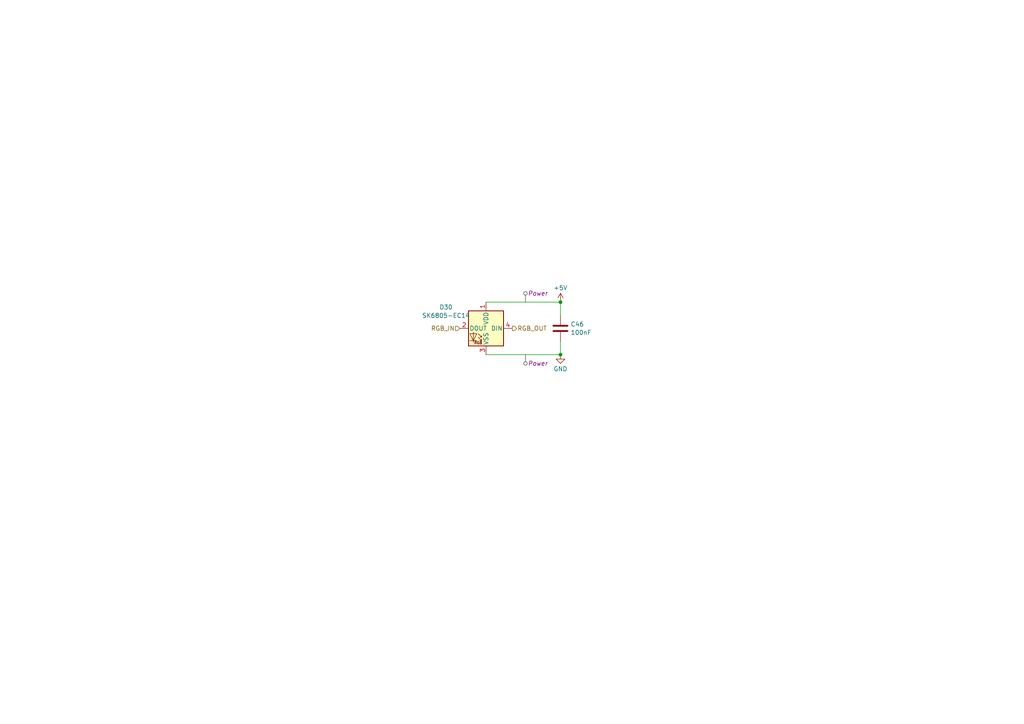
<source format=kicad_sch>
(kicad_sch (version 20250114) (generator "eeschema") (generator_version "9.0")
  (paper "A4")
  (lib_symbols
    (symbol "DecentUSB_Library:SK6812MINI" (pin_names (offset 0.254))
      (property "Reference" "D" (at 5.08 5.715 0))
      (property "Value" "SK6812MINI" (at 1.27 -5.715 0))
      (symbol "SK6812MINI_0_0"
        (text "RGB" (at 2.286 -4.191 0) (effects (font (size 0.762 0.762))))
      )
      (symbol "SK6812MINI_0_1"
        (polyline (pts (xy 1.27 -2.54) (xy 1.778 -2.54)))
        (polyline (pts (xy 1.27 -3.556) (xy 1.778 -3.556)))
        (polyline (pts (xy 2.286 -1.524) (xy 1.27 -2.54) (xy 1.27 -2.032)))
        (polyline (pts (xy 2.286 -2.54) (xy 1.27 -3.556) (xy 1.27 -3.048)))
        (polyline (pts (xy 3.683 -1.016) (xy 3.683 -3.556) (xy 3.683 -4.064)))
        (polyline (pts (xy 4.699 -1.524) (xy 2.667 -1.524) (xy 3.683 -3.556) (xy 4.699 -1.524)))
        (polyline (pts (xy 4.699 -3.556) (xy 2.667 -3.556)))
        (rectangle (start 5.08 5.08) (end -5.08 -5.08) (stroke (width 0.254)) (fill (type background)))
      )
      (symbol "SK6812MINI_1_1"
        (pin input line (at -7.62 0 0) (length 2.54) (name "DIN") (number "4"))
        (pin power_in line (at 0 7.62 270) (length 2.54) (name "VDD") (number "1"))
        (pin power_in line (at 0 -7.62 90) (length 2.54) (name "VSS") (number "3"))
        (pin output line (at 7.62 0 180) (length 2.54) (name "DOUT") (number "2"))
      )
    )
    (symbol "Device:C" (pin_numbers (hide yes)) (pin_names (offset 0.254))
      (property "Reference" "C" (at 0.635 2.54 0))
      (property "Value" "C" (at 0.635 -2.54 0))
      (symbol "C_0_1"
        (polyline (pts (xy -2.032 0.762) (xy 2.032 0.762)) (stroke (width 0.508)))
        (polyline (pts (xy -2.032 -0.762) (xy 2.032 -0.762)) (stroke (width 0.508)))
      )
      (symbol "C_1_1"
        (pin passive line (at 0 3.81 270) (length 2.794) (name "~") (number "1"))
        (pin passive line (at 0 -3.81 90) (length 2.794) (name "~") (number "2"))
      )
    )
    (symbol "power:GND" (power) (pin_numbers (hide yes)) (pin_names (offset 0) (hide yes))
      (property "Value" "GND" (at 0 -3.81 0))
      (symbol "GND_0_1"
        (polyline (pts (xy 0 0) (xy 0 -1.27) (xy 1.27 -1.27) (xy 0 -2.54) (xy -1.27 -1.27) (xy 0 -1.27)))
      )
      (symbol "GND_1_1"
        (pin power_in line (at 0 0 270) (length 0) (name "~") (number "1"))
      )
    )
    (symbol "power:VBUS" (power) (pin_numbers (hide yes)) (pin_names (offset 0) (hide yes))
      (property "Value" "VBUS" (at 0 3.556 0))
      (symbol "VBUS_0_1"
        (polyline (pts (xy -0.762 1.27) (xy 0 2.54)))
        (polyline (pts (xy 0 2.54) (xy 0.762 1.27)))
        (polyline (pts (xy 0 0) (xy 0 2.54)))
      )
      (symbol "VBUS_1_1"
        (pin power_in line (at 0 0 90) (length 0) (name "~") (number "1"))
      )
    )
  )
  (junction (at 162.56 102.87))
  (junction (at 162.56 87.63))
  (wire (pts (xy 162.56 102.87) (xy 140.97 102.87)))
  (wire (pts (xy 162.56 87.63) (xy 162.56 91.44)))
  (wire (pts (xy 140.97 87.63) (xy 162.56 87.63)))
  (wire (pts (xy 162.56 99.06) (xy 162.56 102.87)))
  (hierarchical_label "RGB_IN" (shape input) (at 133.35 95.25 180))
  (hierarchical_label "RGB_OUT" (shape output) (at 148.59 95.25 0))
  (netclass_flag "" (length 2.54) (shape round) (at 152.4 87.63 0) (property "Netclass" "Power" (at 153.0985 85.09 0) (effects (font (italic yes)) (justify left))))
  (netclass_flag "" (length 2.54) (shape round) (at 152.4 102.87 180) (property "Netclass" "Power" (at 153.0985 105.41 0) (effects (font (italic yes)) (justify left))))
  (symbol (lib_id "Device:C") (at 162.56 95.25 0) (unit 1)
    (property "Reference" "C1" (at 165.481 94.0378 0) (effects (justify left)))
    (property "Value" "100nF" (at 165.481 96.4621 0) (effects (justify left)))
    (property "Footprint" "Capacitor_SMD:C_0402_1005Metric" (effects (hide yes)))
    (property "Description" "Unpolarized capacitor" (effects (hide yes)))
    (property "JLCPCB Part #" "C1525" (effects (hide yes)))
    (instances (project "PIX6T4_Color" (path "" (reference "C46") (unit 1)) (path "" (reference "C70") (unit 1)) (path "" (reference "C19") (unit 1)) (path "" (reference "C38") (unit 1)) (path "" (reference "C60") (unit 1)) (path "" (reference "C55") (unit 1)) (path "" (reference "C72") (unit 1)) (path "" (reference "C51") (unit 1)) (path "" (reference "C54") (unit 1)) (path "" (reference "C62") (unit 1)) (path "" (reference "C3") (unit 1)) (path "" (reference "C1") (unit 1)) (path "" (reference "C15") (unit 1)) (path "" (reference "C47") (unit 1)) (path "" (reference "C12") (unit 1)) (path "" (reference "C7") (unit 1)) (path "" (reference "C10") (unit 1)) (path "" (reference "C40") (unit 1)) (path "" (reference "C18") (unit 1)) (path "" (reference "C78") (unit 1)) (path "" (reference "C50") (unit 1)) (path "" (reference "C17") (unit 1)) (path "" (reference "C49") (unit 1)) (path "" (reference "C16") (unit 1)) (path "" (reference "C68") (unit 1)) (path "" (reference "C48") (unit 1)) (path "" (reference "C86") (unit 1)) (path "" (reference "C64") (unit 1)) (path "" (reference "C87") (unit 1)) (path "" (reference "C61") (unit 1)) (path "" (reference "C52") (unit 1)) (path "" (reference "C21") (unit 1)) (path "" (reference "C88") (unit 1)) (path "" (reference "C71") (unit 1)) (path "" (reference "C45") (unit 1)) (path "" (reference "C53") (unit 1)) (path "" (reference "C76") (unit 1)) (path "" (reference "C65") (unit 1)) (path "" (reference "C5") (unit 1)) (path "" (reference "C73") (unit 1)) (path "" (reference "C41") (unit 1)) (path "" (reference "C63") (unit 1)) (path "" (reference "C85") (unit 1)) (path "" (reference "C80") (unit 1)) (path "" (reference "C58") (unit 1)) (path "" (reference "C57") (unit 1)) (path "" (reference "C2") (unit 1)) (path "" (reference "C4") (unit 1)) (path "" (reference "C56") (unit 1)) (path "" (reference "C39") (unit 1)) (path "" (reference "C75") (unit 1)) (path "" (reference "C42") (unit 1)) (path "" (reference "C14") (unit 1)) (path "" (reference "C66") (unit 1)) (path "" (reference "C9") (unit 1)) (path "" (reference "C69") (unit 1)) (path "" (reference "C79") (unit 1)) (path "" (reference "C77") (unit 1)) (path "" (reference "C29") (unit 1)) (path "" (reference "C20") (unit 1)) (path "" (reference "C84") (unit 1)) (path "" (reference "C43") (unit 1)) (path "" (reference "C89") (unit 1)) (path "" (reference "C67") (unit 1)) (path "" (reference "C8") (unit 1)) (path "" (reference "C11") (unit 1)) (path "" (reference "C74") (unit 1)) (path "" (reference "C37") (unit 1)) (path "" (reference "C59") (unit 1)) (path "" (reference "C36") (unit 1)) (path "" (reference "C13") (unit 1)) (path "" (reference "C44") (unit 1)) (path "" (reference "C6") (unit 1))))
  )
  (symbol (lib_id "power:GND") (at 162.56 102.87 0) (unit 1)
    (property "Reference" "#PWR053" (effects (hide yes)))
    (property "Value" "GND" (at 162.56 107.0031 0))
    (property "Description" "Power symbol creates a global label with name \"GND\" , ground" (effects (hide yes)))
    (instances (project "PIX6T4_Color" (path "" (reference "#PWR080") (unit 1)) (path "" (reference "#PWR0128") (unit 1)) (path "" (reference "#PWR057") (unit 1)) (path "" (reference "#PWR063") (unit 1)) (path "" (reference "#PWR0108") (unit 1)) (path "" (reference "#PWR098") (unit 1)) (path "" (reference "#PWR0132") (unit 1)) (path "" (reference "#PWR090") (unit 1)) (path "" (reference "#PWR096") (unit 1)) (path "" (reference "#PWR0112") (unit 1)) (path "" (reference "#PWR04") (unit 1)) (path "" (reference "#PWR053") (unit 1)) (path "" (reference "#PWR048") (unit 1)) (path "" (reference "#PWR082") (unit 1)) (path "" (reference "#PWR042") (unit 1)) (path "" (reference "#PWR012") (unit 1)) (path "" (reference "#PWR038") (unit 1)) (path "" (reference "#PWR067") (unit 1)) (path "" (reference "#PWR055") (unit 1)) (path "" (reference "#PWR0144") (unit 1)) (path "" (reference "#PWR088") (unit 1)) (path "" (reference "#PWR052") (unit 1)) (path "" (reference "#PWR086") (unit 1)) (path "" (reference "#PWR050") (unit 1)) (path "" (reference "#PWR0124") (unit 1)) (path "" (reference "#PWR084") (unit 1)) (path "" (reference "#PWR0185") (unit 1)) (path "" (reference "#PWR0116") (unit 1)) (path "" (reference "#PWR0187") (unit 1)) (path "" (reference "#PWR0110") (unit 1)) (path "" (reference "#PWR092") (unit 1)) (path "" (reference "#PWR0177") (unit 1)) (path "" (reference "#PWR0189") (unit 1)) (path "" (reference "#PWR0130") (unit 1)) (path "" (reference "#PWR078") (unit 1)) (path "" (reference "#PWR094") (unit 1)) (path "" (reference "#PWR0140") (unit 1)) (path "" (reference "#PWR0118") (unit 1)) (path "" (reference "#PWR08") (unit 1)) (path "" (reference "#PWR0134") (unit 1)) (path "" (reference "#PWR069") (unit 1)) (path "" (reference "#PWR0114") (unit 1)) (path "" (reference "#PWR0183") (unit 1)) (path "" (reference "#PWR0148") (unit 1)) (path "" (reference "#PWR0104") (unit 1)) (path "" (reference "#PWR0102") (unit 1)) (path "" (reference "#PWR02") (unit 1)) (path "" (reference "#PWR06") (unit 1)) (path "" (reference "#PWR0100") (unit 1)) (path "" (reference "#PWR065") (unit 1)) (path "" (reference "#PWR0138") (unit 1)) (path "" (reference "#PWR071") (unit 1)) (path "" (reference "#PWR046") (unit 1)) (path "" (reference "#PWR0120") (unit 1)) (path "" (reference "#PWR036") (unit 1)) (path "" (reference "#PWR0126") (unit 1)) (path "" (reference "#PWR0146") (unit 1)) (path "" (reference "#PWR0142") (unit 1)) (path "" (reference "#PWR0179") (unit 1)) (path "" (reference "#PWR023") (unit 1)) (path "" (reference "#PWR0181") (unit 1)) (path "" (reference "#PWR073") (unit 1)) (path "" (reference "#PWR0191") (unit 1)) (path "" (reference "#PWR0122") (unit 1)) (path "" (reference "#PWR014") (unit 1)) (path "" (reference "#PWR040") (unit 1)) (path "" (reference "#PWR0136") (unit 1)) (path "" (reference "#PWR061") (unit 1)) (path "" (reference "#PWR0106") (unit 1)) (path "" (reference "#PWR059") (unit 1)) (path "" (reference "#PWR044") (unit 1)) (path "" (reference "#PWR076") (unit 1)) (path "" (reference "#PWR010") (unit 1))))
  )
  (symbol (lib_id "power:VBUS") (at 162.56 87.63 0) (unit 1)
    (property "Reference" "#PWR075" (effects (hide yes)))
    (property "Value" "+5V" (at 162.56 83.4969 0))
    (property "Description" "Power symbol creates a global label with name \"VBUS\"" (effects (hide yes)))
    (instances (project "PIX6T4_Color" (path "" (reference "#PWR079") (unit 1)) (path "" (reference "#PWR0127") (unit 1)) (path "" (reference "#PWR056") (unit 1)) (path "" (reference "#PWR062") (unit 1)) (path "" (reference "#PWR0107") (unit 1)) (path "" (reference "#PWR097") (unit 1)) (path "" (reference "#PWR0131") (unit 1)) (path "" (reference "#PWR089") (unit 1)) (path "" (reference "#PWR095") (unit 1)) (path "" (reference "#PWR0111") (unit 1)) (path "" (reference "#PWR03") (unit 1)) (path "" (reference "#PWR075") (unit 1)) (path "" (reference "#PWR047") (unit 1)) (path "" (reference "#PWR081") (unit 1)) (path "" (reference "#PWR041") (unit 1)) (path "" (reference "#PWR011") (unit 1)) (path "" (reference "#PWR037") (unit 1)) (path "" (reference "#PWR066") (unit 1)) (path "" (reference "#PWR054") (unit 1)) (path "" (reference "#PWR0143") (unit 1)) (path "" (reference "#PWR087") (unit 1)) (path "" (reference "#PWR051") (unit 1)) (path "" (reference "#PWR085") (unit 1)) (path "" (reference "#PWR049") (unit 1)) (path "" (reference "#PWR0123") (unit 1)) (path "" (reference "#PWR083") (unit 1)) (path "" (reference "#PWR0184") (unit 1)) (path "" (reference "#PWR0115") (unit 1)) (path "" (reference "#PWR0186") (unit 1)) (path "" (reference "#PWR0109") (unit 1)) (path "" (reference "#PWR091") (unit 1)) (path "" (reference "#PWR0176") (unit 1)) (path "" (reference "#PWR0188") (unit 1)) (path "" (reference "#PWR0129") (unit 1)) (path "" (reference "#PWR077") (unit 1)) (path "" (reference "#PWR093") (unit 1)) (path "" (reference "#PWR0139") (unit 1)) (path "" (reference "#PWR0117") (unit 1)) (path "" (reference "#PWR07") (unit 1)) (path "" (reference "#PWR0133") (unit 1)) (path "" (reference "#PWR068") (unit 1)) (path "" (reference "#PWR0113") (unit 1)) (path "" (reference "#PWR0182") (unit 1)) (path "" (reference "#PWR0147") (unit 1)) (path "" (reference "#PWR0103") (unit 1)) (path "" (reference "#PWR0101") (unit 1)) (path "" (reference "#PWR01") (unit 1)) (path "" (reference "#PWR05") (unit 1)) (path "" (reference "#PWR099") (unit 1)) (path "" (reference "#PWR064") (unit 1)) (path "" (reference "#PWR0137") (unit 1)) (path "" (reference "#PWR070") (unit 1)) (path "" (reference "#PWR045") (unit 1)) (path "" (reference "#PWR0119") (unit 1)) (path "" (reference "#PWR015") (unit 1)) (path "" (reference "#PWR0125") (unit 1)) (path "" (reference "#PWR0145") (unit 1)) (path "" (reference "#PWR0141") (unit 1)) (path "" (reference "#PWR0178") (unit 1)) (path "" (reference "#PWR022") (unit 1)) (path "" (reference "#PWR0180") (unit 1)) (path "" (reference "#PWR072") (unit 1)) (path "" (reference "#PWR0190") (unit 1)) (path "" (reference "#PWR0121") (unit 1)) (path "" (reference "#PWR013") (unit 1)) (path "" (reference "#PWR039") (unit 1)) (path "" (reference "#PWR0135") (unit 1)) (path "" (reference "#PWR060") (unit 1)) (path "" (reference "#PWR0105") (unit 1)) (path "" (reference "#PWR058") (unit 1)) (path "" (reference "#PWR043") (unit 1)) (path "" (reference "#PWR074") (unit 1)) (path "" (reference "#PWR09") (unit 1))))
  )
  (symbol (lib_id "DecentUSB_Library:SK6812MINI") (at 140.97 95.25 0) (mirror y) (unit 1)
    (property "Reference" "D2" (at 129.3623 89.105 0))
    (property "Value" "SK6805-EC14" (at 129.3623 91.5293 0))
    (property "Footprint" "easyeda2kicad:LED-SMD_4P-L1.4-W1.4-TL" (effects (hide yes)))
    (property "Datasheet" "https://jlcpcb.com/api/file/downloadByFileSystemAccessId/8589042051015462912" (effects (hide yes)))
    (property "Description" "RGB LED with integrated controller" (effects (hide yes)))
    (property "JLCPCB Part #" "C2909055" (effects (hide yes)))
    (instances (project "PIX6T4_Color" (path "" (reference "D30") (unit 1)) (path "" (reference "D54") (unit 1)) (path "" (reference "D19") (unit 1)) (path "" (reference "D22") (unit 1)) (path "" (reference "D44") (unit 1)) (path "" (reference "D39") (unit 1)) (path "" (reference "D56") (unit 1)) (path "" (reference "D35") (unit 1)) (path "" (reference "D38") (unit 1)) (path "" (reference "D46") (unit 1)) (path "" (reference "D3") (unit 1)) (path "" (reference "D2") (unit 1)) (path "" (reference "D15") (unit 1)) (path "" (reference "D31") (unit 1)) (path "" (reference "D12") (unit 1)) (path "" (reference "D7") (unit 1)) (path "" (reference "D10") (unit 1)) (path "" (reference "D24") (unit 1)) (path "" (reference "D18") (unit 1)) (path "" (reference "D62") (unit 1)) (path "" (reference "D34") (unit 1)) (path "" (reference "D17") (unit 1)) (path "" (reference "D33") (unit 1)) (path "" (reference "D16") (unit 1)) (path "" (reference "D52") (unit 1)) (path "" (reference "D32") (unit 1)) (path "" (reference "D70") (unit 1)) (path "" (reference "D48") (unit 1)) (path "" (reference "D71") (unit 1)) (path "" (reference "D45") (unit 1)) (path "" (reference "D36") (unit 1)) (path "" (reference "D66") (unit 1)) (path "" (reference "D72") (unit 1)) (path "" (reference "D55") (unit 1)) (path "" (reference "D29") (unit 1)) (path "" (reference "D37") (unit 1)) (path "" (reference "D60") (unit 1)) (path "" (reference "D49") (unit 1)) (path "" (reference "D5") (unit 1)) (path "" (reference "D57") (unit 1)) (path "" (reference "D25") (unit 1)) (path "" (reference "D47") (unit 1)) (path "" (reference "D69") (unit 1)) (path "" (reference "D64") (unit 1)) (path "" (reference "D42") (unit 1)) (path "" (reference "D41") (unit 1)) (path "" (reference "D1") (unit 1)) (path "" (reference "D4") (unit 1)) (path "" (reference "D40") (unit 1)) (path "" (reference "D23") (unit 1)) (path "" (reference "D59") (unit 1)) (path "" (reference "D26") (unit 1)) (path "" (reference "D14") (unit 1)) (path "" (reference "D50") (unit 1)) (path "" (reference "D9") (unit 1)) (path "" (reference "D53") (unit 1)) (path "" (reference "D63") (unit 1)) (path "" (reference "D61") (unit 1)) (path "" (reference "D67") (unit 1)) (path "" (reference "D65") (unit 1)) (path "" (reference "D68") (unit 1)) (path "" (reference "D27") (unit 1)) (path "" (reference "D73") (unit 1)) (path "" (reference "D51") (unit 1)) (path "" (reference "D8") (unit 1)) (path "" (reference "D11") (unit 1)) (path "" (reference "D58") (unit 1)) (path "" (reference "D21") (unit 1)) (path "" (reference "D43") (unit 1)) (path "" (reference "D20") (unit 1)) (path "" (reference "D13") (unit 1)) (path "" (reference "D28") (unit 1)) (path "" (reference "D6") (unit 1))))
  )
)
</source>
